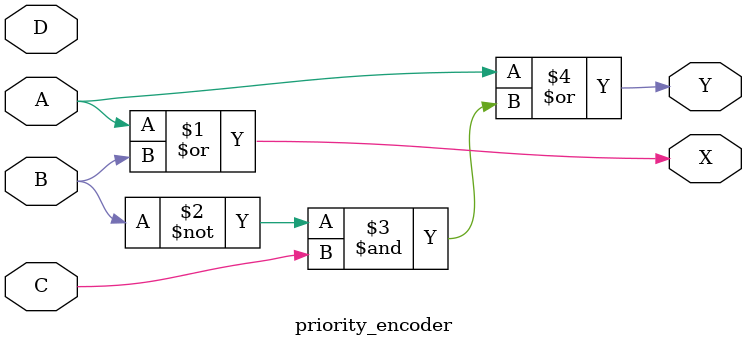
<source format=v>
module priority_encoder(input A, B, C, D, output X, Y);
    assign X = A | B;
    assign Y = A | (~B&C);
endmodule

</source>
